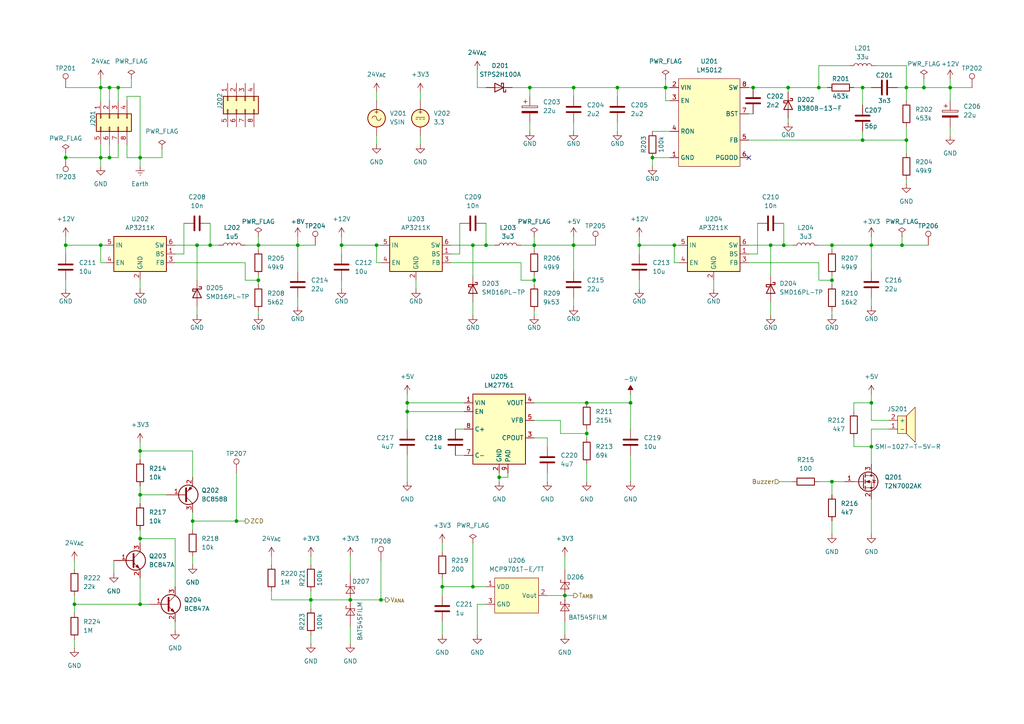
<source format=kicad_sch>
(kicad_sch (version 20231120) (generator "eeschema") (generator_version "8.0")
  (paper "A4")
  (junction (at 118.11 119.38))
  (junction (at 166.37 71.12))
  (junction (at 262.89 25.4))
  (junction (at 227.33 71.12))
  (junction (at 189.23 45.72))
  (junction (at 241.3 81.28))
  (junction (at 193.04 25.4))
  (junction (at 101.6 173.99))
  (junction (at 185.42 71.12))
  (junction (at 154.94 71.12))
  (junction (at 118.11 116.84))
  (junction (at 40.64 45.72))
  (junction (at 31.75 25.4))
  (junction (at 31.75 45.72))
  (junction (at 40.64 143.51))
  (junction (at 153.67 25.4))
  (junction (at 99.06 71.12))
  (junction (at 195.58 71.12))
  (junction (at 182.88 116.84))
  (junction (at 40.64 156.21))
  (junction (at 252.73 116.84))
  (junction (at 144.78 138.43))
  (junction (at 241.3 71.12))
  (junction (at 109.22 71.12))
  (junction (at 170.18 116.84))
  (junction (at 218.44 25.4))
  (junction (at 21.59 175.26))
  (junction (at 137.16 170.18))
  (junction (at 110.49 173.99))
  (junction (at 55.88 151.13))
  (junction (at 86.36 71.12))
  (junction (at 250.19 25.4))
  (junction (at 74.93 71.12))
  (junction (at 267.97 25.4))
  (junction (at 241.3 139.7))
  (junction (at 228.6 25.4))
  (junction (at 128.27 170.18))
  (junction (at 179.07 25.4))
  (junction (at 29.21 25.4))
  (junction (at 252.73 71.12))
  (junction (at 29.21 45.72))
  (junction (at 19.05 71.12))
  (junction (at 34.29 25.4))
  (junction (at 90.17 173.99))
  (junction (at 262.89 40.64))
  (junction (at 154.94 81.28))
  (junction (at 261.62 71.12))
  (junction (at 19.05 45.72))
  (junction (at 223.52 71.12))
  (junction (at 74.93 81.28))
  (junction (at 40.64 175.26))
  (junction (at 237.49 25.4))
  (junction (at 40.64 130.81))
  (junction (at 250.19 40.64))
  (junction (at 29.21 71.12))
  (junction (at 275.59 25.4))
  (junction (at 57.15 71.12))
  (junction (at 166.37 25.4))
  (junction (at 137.16 71.12))
  (junction (at 68.58 151.13))
  (junction (at 60.96 71.12))
  (junction (at 140.97 71.12))
  (junction (at 163.83 172.72))
  (junction (at 170.18 125.73))
  (junction (at 252.73 129.54))
  (no_connect (at 217.17 45.72))
  (wire (pts (xy 57.15 88.9) (xy 57.15 91.44)))
  (wire (pts (xy 151.13 76.2) (xy 151.13 81.28)))
  (wire (pts (xy 19.05 44.45) (xy 19.05 45.72)))
  (wire (pts (xy 40.64 130.81) (xy 40.64 133.35)))
  (wire (pts (xy 252.73 144.78) (xy 252.73 154.94)))
  (wire (pts (xy 228.6 25.4) (xy 237.49 25.4)))
  (wire (pts (xy 71.12 81.28) (xy 74.93 81.28)))
  (wire (pts (xy 40.64 140.97) (xy 40.64 143.51)))
  (wire (pts (xy 153.67 35.56) (xy 153.67 38.1)))
  (wire (pts (xy 137.16 71.12) (xy 137.16 80.01)))
  (wire (pts (xy 118.11 119.38) (xy 118.11 116.84)))
  (wire (pts (xy 55.88 148.59) (xy 55.88 151.13)))
  (wire (pts (xy 29.21 71.12) (xy 30.48 71.12)))
  (wire (pts (xy 132.08 124.46) (xy 134.62 124.46)))
  (wire (pts (xy 118.11 116.84) (xy 118.11 114.3)))
  (wire (pts (xy 260.35 25.4) (xy 262.89 25.4)))
  (wire (pts (xy 50.8 170.18) (xy 50.8 156.21)))
  (wire (pts (xy 228.6 25.4) (xy 228.6 26.67)))
  (wire (pts (xy 193.04 25.4) (xy 194.31 25.4)))
  (wire (pts (xy 182.88 116.84) (xy 182.88 124.46)))
  (wire (pts (xy 19.05 81.28) (xy 19.05 83.82)))
  (wire (pts (xy 170.18 125.73) (xy 162.56 125.73)))
  (wire (pts (xy 250.19 40.64) (xy 262.89 40.64)))
  (wire (pts (xy 53.34 64.77) (xy 53.34 73.66)))
  (wire (pts (xy 153.67 25.4) (xy 153.67 27.94)))
  (wire (pts (xy 247.65 119.38) (xy 247.65 116.84)))
  (wire (pts (xy 237.49 19.05) (xy 246.38 19.05)))
  (wire (pts (xy 130.81 71.12) (xy 137.16 71.12)))
  (wire (pts (xy 121.92 39.37) (xy 121.92 41.91)))
  (wire (pts (xy 166.37 71.12) (xy 172.72 71.12)))
  (wire (pts (xy 217.17 33.02) (xy 218.44 33.02)))
  (wire (pts (xy 90.17 171.45) (xy 90.17 173.99)))
  (wire (pts (xy 130.81 76.2) (xy 151.13 76.2)))
  (wire (pts (xy 179.07 35.56) (xy 179.07 38.1)))
  (wire (pts (xy 74.93 90.17) (xy 74.93 91.44)))
  (wire (pts (xy 78.74 173.99) (xy 90.17 173.99)))
  (wire (pts (xy 166.37 25.4) (xy 166.37 27.94)))
  (wire (pts (xy 241.3 72.39) (xy 241.3 71.12)))
  (wire (pts (xy 250.19 25.4) (xy 252.73 25.4)))
  (wire (pts (xy 275.59 29.21) (xy 275.59 25.4)))
  (wire (pts (xy 31.75 25.4) (xy 29.21 25.4)))
  (wire (pts (xy 217.17 76.2) (xy 237.49 76.2)))
  (wire (pts (xy 162.56 125.73) (xy 162.56 121.92)))
  (wire (pts (xy 247.65 129.54) (xy 252.73 129.54)))
  (wire (pts (xy 68.58 151.13) (xy 71.12 151.13)))
  (wire (pts (xy 166.37 78.74) (xy 166.37 71.12)))
  (wire (pts (xy 86.36 78.74) (xy 86.36 71.12)))
  (wire (pts (xy 147.32 138.43) (xy 144.78 138.43)))
  (wire (pts (xy 55.88 161.29) (xy 55.88 163.83)))
  (wire (pts (xy 179.07 25.4) (xy 193.04 25.4)))
  (wire (pts (xy 237.49 25.4) (xy 240.03 25.4)))
  (wire (pts (xy 90.17 173.99) (xy 101.6 173.99)))
  (wire (pts (xy 140.97 71.12) (xy 143.51 71.12)))
  (wire (pts (xy 128.27 180.34) (xy 128.27 184.15)))
  (wire (pts (xy 237.49 76.2) (xy 237.49 81.28)))
  (wire (pts (xy 86.36 71.12) (xy 74.93 71.12)))
  (wire (pts (xy 170.18 124.46) (xy 170.18 125.73)))
  (wire (pts (xy 189.23 45.72) (xy 194.31 45.72)))
  (wire (pts (xy 148.59 25.4) (xy 153.67 25.4)))
  (wire (pts (xy 252.73 71.12) (xy 241.3 71.12)))
  (wire (pts (xy 71.12 71.12) (xy 74.93 71.12)))
  (wire (pts (xy 121.92 26.67) (xy 121.92 29.21)))
  (wire (pts (xy 193.04 22.86) (xy 193.04 25.4)))
  (wire (pts (xy 86.36 68.58) (xy 86.36 71.12)))
  (wire (pts (xy 241.3 80.01) (xy 241.3 81.28)))
  (wire (pts (xy 140.97 175.26) (xy 138.43 175.26)))
  (wire (pts (xy 140.97 25.4) (xy 138.43 25.4)))
  (wire (pts (xy 179.07 25.4) (xy 179.07 27.94)))
  (wire (pts (xy 252.73 86.36) (xy 252.73 88.9)))
  (wire (pts (xy 228.6 35.56) (xy 228.6 34.29)))
  (wire (pts (xy 262.89 36.83) (xy 262.89 40.64)))
  (wire (pts (xy 78.74 161.29) (xy 78.74 163.83)))
  (wire (pts (xy 21.59 175.26) (xy 21.59 177.8)))
  (wire (pts (xy 90.17 161.29) (xy 90.17 163.83)))
  (wire (pts (xy 158.75 127) (xy 154.94 127)))
  (wire (pts (xy 36.83 45.72) (xy 40.64 45.72)))
  (wire (pts (xy 154.94 90.17) (xy 154.94 91.44)))
  (wire (pts (xy 34.29 25.4) (xy 31.75 25.4)))
  (wire (pts (xy 262.89 25.4) (xy 262.89 19.05)))
  (wire (pts (xy 40.64 156.21) (xy 40.64 157.48)))
  (wire (pts (xy 261.62 71.12) (xy 269.24 71.12)))
  (wire (pts (xy 262.89 52.07) (xy 262.89 53.34)))
  (wire (pts (xy 29.21 76.2) (xy 29.21 71.12)))
  (wire (pts (xy 218.44 25.4) (xy 228.6 25.4)))
  (wire (pts (xy 99.06 71.12) (xy 109.22 71.12)))
  (wire (pts (xy 118.11 132.08) (xy 118.11 139.7)))
  (wire (pts (xy 137.16 170.18) (xy 128.27 170.18)))
  (wire (pts (xy 195.58 76.2) (xy 195.58 71.12)))
  (wire (pts (xy 60.96 71.12) (xy 60.96 64.77)))
  (wire (pts (xy 217.17 71.12) (xy 223.52 71.12)))
  (wire (pts (xy 55.88 138.43) (xy 55.88 130.81)))
  (wire (pts (xy 166.37 68.58) (xy 166.37 71.12)))
  (wire (pts (xy 31.75 29.21) (xy 31.75 25.4)))
  (wire (pts (xy 261.62 71.12) (xy 252.73 71.12)))
  (wire (pts (xy 166.37 71.12) (xy 154.94 71.12)))
  (wire (pts (xy 140.97 71.12) (xy 140.97 64.77)))
  (wire (pts (xy 40.64 167.64) (xy 40.64 175.26)))
  (wire (pts (xy 144.78 138.43) (xy 144.78 139.7)))
  (wire (pts (xy 50.8 156.21) (xy 40.64 156.21)))
  (wire (pts (xy 55.88 130.81) (xy 40.64 130.81)))
  (wire (pts (xy 137.16 87.63) (xy 137.16 91.44)))
  (wire (pts (xy 40.64 143.51) (xy 48.26 143.51)))
  (wire (pts (xy 252.73 114.3) (xy 252.73 116.84)))
  (wire (pts (xy 223.52 71.12) (xy 227.33 71.12)))
  (wire (pts (xy 219.71 64.77) (xy 219.71 73.66)))
  (wire (pts (xy 241.3 151.13) (xy 241.3 154.94)))
  (wire (pts (xy 86.36 86.36) (xy 86.36 88.9)))
  (wire (pts (xy 250.19 30.48) (xy 250.19 25.4)))
  (wire (pts (xy 154.94 121.92) (xy 162.56 121.92)))
  (wire (pts (xy 74.93 80.01) (xy 74.93 81.28)))
  (wire (pts (xy 247.65 127) (xy 247.65 129.54)))
  (wire (pts (xy 158.75 137.16) (xy 158.75 139.7)))
  (wire (pts (xy 151.13 71.12) (xy 154.94 71.12)))
  (wire (pts (xy 252.73 134.62) (xy 252.73 129.54)))
  (wire (pts (xy 154.94 68.58) (xy 154.94 71.12)))
  (wire (pts (xy 275.59 25.4) (xy 281.94 25.4)))
  (wire (pts (xy 53.34 73.66) (xy 50.8 73.66)))
  (wire (pts (xy 154.94 80.01) (xy 154.94 81.28)))
  (wire (pts (xy 132.08 132.08) (xy 134.62 132.08)))
  (wire (pts (xy 40.64 45.72) (xy 40.64 48.26)))
  (wire (pts (xy 189.23 45.72) (xy 189.23 48.26)))
  (wire (pts (xy 110.49 173.99) (xy 111.76 173.99)))
  (wire (pts (xy 154.94 81.28) (xy 154.94 82.55)))
  (wire (pts (xy 219.71 73.66) (xy 217.17 73.66)))
  (wire (pts (xy 109.22 71.12) (xy 110.49 71.12)))
  (wire (pts (xy 21.59 162.56) (xy 21.59 165.1)))
  (wire (pts (xy 38.1 22.86) (xy 38.1 25.4)))
  (wire (pts (xy 120.65 81.28) (xy 120.65 83.82)))
  (wire (pts (xy 101.6 181.61) (xy 101.6 186.69)))
  (wire (pts (xy 86.36 71.12) (xy 91.44 71.12)))
  (wire (pts (xy 252.73 68.58) (xy 252.73 71.12)))
  (wire (pts (xy 267.97 25.4) (xy 262.89 25.4)))
  (wire (pts (xy 147.32 137.16) (xy 147.32 138.43)))
  (wire (pts (xy 19.05 71.12) (xy 29.21 71.12)))
  (wire (pts (xy 68.58 137.16) (xy 68.58 151.13)))
  (wire (pts (xy 153.67 25.4) (xy 166.37 25.4)))
  (wire (pts (xy 29.21 45.72) (xy 29.21 48.26)))
  (wire (pts (xy 158.75 172.72) (xy 163.83 172.72)))
  (wire (pts (xy 194.31 29.21) (xy 193.04 29.21)))
  (wire (pts (xy 195.58 71.12) (xy 196.85 71.12)))
  (wire (pts (xy 133.35 73.66) (xy 130.81 73.66)))
  (wire (pts (xy 29.21 22.86) (xy 29.21 25.4)))
  (wire (pts (xy 237.49 71.12) (xy 241.3 71.12)))
  (wire (pts (xy 241.3 139.7) (xy 241.3 143.51)))
  (wire (pts (xy 110.49 162.56) (xy 110.49 173.99)))
  (wire (pts (xy 71.12 76.2) (xy 71.12 81.28)))
  (wire (pts (xy 57.15 71.12) (xy 57.15 81.28)))
  (wire (pts (xy 36.83 41.91) (xy 36.83 45.72)))
  (wire (pts (xy 170.18 125.73) (xy 170.18 127)))
  (wire (pts (xy 110.49 76.2) (xy 109.22 76.2)))
  (wire (pts (xy 74.93 81.28) (xy 74.93 82.55)))
  (wire (pts (xy 262.89 40.64) (xy 262.89 44.45)))
  (wire (pts (xy 55.88 151.13) (xy 68.58 151.13)))
  (wire (pts (xy 40.64 27.94) (xy 40.64 45.72)))
  (wire (pts (xy 185.42 71.12) (xy 195.58 71.12)))
  (wire (pts (xy 182.88 114.3) (xy 182.88 116.84)))
  (wire (pts (xy 50.8 180.34) (xy 50.8 182.88)))
  (wire (pts (xy 247.65 116.84) (xy 252.73 116.84)))
  (wire (pts (xy 137.16 157.48) (xy 137.16 170.18)))
  (wire (pts (xy 40.64 81.28) (xy 40.64 83.82)))
  (wire (pts (xy 262.89 29.21) (xy 262.89 25.4)))
  (wire (pts (xy 109.22 39.37) (xy 109.22 41.91)))
  (wire (pts (xy 163.83 161.29) (xy 163.83 165.1)))
  (wire (pts (xy 109.22 76.2) (xy 109.22 71.12)))
  (wire (pts (xy 261.62 68.58) (xy 261.62 71.12)))
  (wire (pts (xy 78.74 171.45) (xy 78.74 173.99)))
  (wire (pts (xy 19.05 68.58) (xy 19.05 71.12)))
  (wire (pts (xy 19.05 71.12) (xy 19.05 73.66)))
  (wire (pts (xy 182.88 132.08) (xy 182.88 139.7)))
  (wire (pts (xy 275.59 36.83) (xy 275.59 39.37)))
  (wire (pts (xy 34.29 29.21) (xy 34.29 25.4)))
  (wire (pts (xy 29.21 41.91) (xy 29.21 45.72)))
  (wire (pts (xy 46.99 45.72) (xy 40.64 45.72)))
  (wire (pts (xy 166.37 86.36) (xy 166.37 88.9)))
  (wire (pts (xy 245.11 139.7) (xy 241.3 139.7)))
  (wire (pts (xy 241.3 81.28) (xy 241.3 82.55)))
  (wire (pts (xy 163.83 180.34) (xy 163.83 184.15)))
  (wire (pts (xy 99.06 68.58) (xy 99.06 71.12)))
  (wire (pts (xy 189.23 38.1) (xy 194.31 38.1)))
  (wire (pts (xy 254 19.05) (xy 262.89 19.05)))
  (wire (pts (xy 247.65 25.4) (xy 250.19 25.4)))
  (wire (pts (xy 166.37 25.4) (xy 179.07 25.4)))
  (wire (pts (xy 29.21 25.4) (xy 29.21 29.21)))
  (wire (pts (xy 217.17 25.4) (xy 218.44 25.4)))
  (wire (pts (xy 21.59 175.26) (xy 40.64 175.26)))
  (wire (pts (xy 154.94 72.39) (xy 154.94 71.12)))
  (wire (pts (xy 21.59 172.72) (xy 21.59 175.26)))
  (wire (pts (xy 154.94 116.84) (xy 170.18 116.84)))
  (wire (pts (xy 267.97 22.86) (xy 267.97 25.4)))
  (wire (pts (xy 57.15 71.12) (xy 60.96 71.12)))
  (wire (pts (xy 118.11 119.38) (xy 118.11 124.46)))
  (wire (pts (xy 19.05 45.72) (xy 29.21 45.72)))
  (wire (pts (xy 163.83 172.72) (xy 166.37 172.72)))
  (wire (pts (xy 128.27 170.18) (xy 128.27 172.72)))
  (wire (pts (xy 29.21 45.72) (xy 31.75 45.72)))
  (wire (pts (xy 74.93 72.39) (xy 74.93 71.12)))
  (wire (pts (xy 226.06 139.7) (xy 229.87 139.7)))
  (wire (pts (xy 90.17 184.15) (xy 90.17 186.69)))
  (wire (pts (xy 217.17 40.64) (xy 250.19 40.64)))
  (wire (pts (xy 250.19 40.64) (xy 250.19 38.1)))
  (wire (pts (xy 101.6 173.99) (xy 110.49 173.99)))
  (wire (pts (xy 166.37 35.56) (xy 166.37 38.1)))
  (wire (pts (xy 90.17 173.99) (xy 90.17 176.53)))
  (wire (pts (xy 50.8 71.12) (xy 57.15 71.12)))
  (wire (pts (xy 36.83 29.21) (xy 36.83 27.94)))
  (wire (pts (xy 46.99 43.18) (xy 46.99 45.72)))
  (wire (pts (xy 74.93 68.58) (xy 74.93 71.12)))
  (wire (pts (xy 128.27 167.64) (xy 128.27 170.18)))
  (wire (pts (xy 170.18 134.62) (xy 170.18 139.7)))
  (wire (pts (xy 151.13 81.28) (xy 154.94 81.28)))
  (wire (pts (xy 223.52 87.63) (xy 223.52 91.44)))
  (wire (pts (xy 128.27 157.48) (xy 128.27 160.02)))
  (wire (pts (xy 140.97 170.18) (xy 137.16 170.18)))
  (wire (pts (xy 158.75 129.54) (xy 158.75 127)))
  (wire (pts (xy 227.33 71.12) (xy 227.33 64.77)))
  (wire (pts (xy 185.42 68.58) (xy 185.42 71.12)))
  (wire (pts (xy 241.3 90.17) (xy 241.3 91.44)))
  (wire (pts (xy 38.1 25.4) (xy 34.29 25.4)))
  (wire (pts (xy 40.64 143.51) (xy 40.64 146.05)))
  (wire (pts (xy 252.73 121.92) (xy 257.81 121.92)))
  (wire (pts (xy 252.73 124.46) (xy 257.81 124.46)))
  (wire (pts (xy 34.29 45.72) (xy 31.75 45.72)))
  (wire (pts (xy 36.83 27.94) (xy 40.64 27.94)))
  (wire (pts (xy 109.22 26.67) (xy 109.22 29.21)))
  (wire (pts (xy 60.96 71.12) (xy 63.5 71.12)))
  (wire (pts (xy 30.48 76.2) (xy 29.21 76.2)))
  (wire (pts (xy 40.64 175.26) (xy 43.18 175.26)))
  (wire (pts (xy 275.59 25.4) (xy 267.97 25.4)))
  (wire (pts (xy 40.64 153.67) (xy 40.64 156.21)))
  (wire (pts (xy 237.49 81.28) (xy 241.3 81.28)))
  (wire (pts (xy 34.29 41.91) (xy 34.29 45.72)))
  (wire (pts (xy 252.73 129.54) (xy 252.73 124.46)))
  (wire (pts (xy 138.43 175.26) (xy 138.43 184.15)))
  (wire (pts (xy 40.64 128.27) (xy 40.64 130.81)))
  (wire (pts (xy 237.49 139.7) (xy 241.3 139.7)))
  (wire (pts (xy 138.43 25.4) (xy 138.43 20.32)))
  (wire (pts (xy 99.06 81.28) (xy 99.06 83.82)))
  (wire (pts (xy 99.06 71.12) (xy 99.06 73.66)))
  (wire (pts (xy 196.85 76.2) (xy 195.58 76.2)))
  (wire (pts (xy 207.01 81.28) (xy 207.01 83.82)))
  (wire (pts (xy 33.02 162.56) (xy 33.02 166.37)))
  (wire (pts (xy 134.62 116.84) (xy 118.11 116.84)))
  (wire (pts (xy 55.88 151.13) (xy 55.88 153.67)))
  (wire (pts (xy 185.42 71.12) (xy 185.42 73.66)))
  (wire (pts (xy 133.35 64.77) (xy 133.35 73.66)))
  (wire (pts (xy 134.62 119.38) (xy 118.11 119.38)))
  (wire (pts (xy 144.78 137.16) (xy 144.78 138.43)))
  (wire (pts (xy 252.73 78.74) (xy 252.73 71.12)))
  (wire (pts (xy 50.8 76.2) (xy 71.12 76.2)))
  (wire (pts (xy 275.59 22.86) (xy 275.59 25.4)))
  (wire (pts (xy 227.33 71.12) (xy 229.87 71.12)))
  (wire (pts (xy 185.42 81.28) (xy 185.42 83.82)))
  (wire (pts (xy 193.04 25.4) (xy 193.04 29.21)))
  (wire (pts (xy 21.59 185.42) (xy 21.59 187.96)))
  (wire (pts (xy 170.18 116.84) (xy 182.88 116.84)))
  (wire (pts (xy 237.49 25.4) (xy 237.49 19.05)))
  (wire (pts (xy 137.16 71.12) (xy 140.97 71.12)))
  (wire (pts (xy 31.75 45.72) (xy 31.75 41.91)))
  (wire (pts (xy 223.52 71.12) (xy 223.52 80.01)))
  (wire (pts (xy 19.05 25.4) (xy 29.21 25.4)))
  (wire (pts (xy 252.73 116.84) (xy 252.73 121.92)))
  (wire (pts (xy 101.6 161.29) (xy 101.6 166.37)))
  (hierarchical_label "V_{ANA}" (shape output) (at 111.76 173.99 0))
  (hierarchical_label "ZCD" (shape output) (at 71.12 151.13 0))
  (hierarchical_label "Buzzer" (shape input) (at 226.06 139.7 180))
  (hierarchical_label "T_{AMB}" (shape output) (at 166.37 172.72 0))
  (symbol (lib_id "Device:C") (at 218.44 29.21 0) (unit 1) (exclude_from_sim yes)
    (property "Reference" "C202" (at 222.25 27.9399 0) (effects (justify left)))
    (property "Value" "2n2" (at 222.25 30.4799 0) (effects (justify left)))
    (property "Footprint" "Capacitor_SMD:C_0603_1608Metric" (effects (hide yes)))
    (property "Description" "Unpolarized capacitor" (effects (hide yes)))
    (property "Digikey" "490-4968-1-ND" (effects (hide yes)))
  )
  (symbol (lib_id "power:GND") (at 166.37 38.1 0) (unit 1)
    (property "Reference" "#PWR0208" (effects (hide yes)))
    (property "Value" "GND" (at 166.37 41.656 0))
    (property "Description" "Power symbol creates a global label with name \"GND\" , ground" (effects (hide yes)))
  )
  (symbol (lib_id "Device:R") (at 78.74 167.64 0) (unit 1)
    (property "Reference" "R220" (at 81.28 166.3699 0) (effects (justify left)))
    (property "Value" "1M" (at 81.28 168.9099 0) (effects (justify left)))
    (property "Footprint" "Resistor_SMD:R_0603_1608Metric" (effects (hide yes)))
    (property "Description" "Resistor" (effects (hide yes)))
    (property "Digikey" "P1.00MHCT-ND" (effects (hide yes)))
  )
  (symbol (lib_id "Connector:TestPoint") (at 110.49 162.56 0) (unit 1)
    (property "Reference" "TP208" (at 107.442 156.972 0) (effects (justify left)))
    (property "Value" "V_{ANA}" (effects (hide yes)))
    (property "Footprint" "TestPoint:TestPoint_Keystone_5015_Micro-Minature" (effects (hide yes)))
    (property "Description" "test point" (effects (hide yes)))
    (property "Digikey" "36-5015CT-ND" (effects (hide yes)))
  )
  (symbol (lib_id "Device:R") (at 90.17 167.64 0) (mirror y) (unit 1) (exclude_from_sim yes)
    (property "Reference" "R221" (at 87.63 167.64 90))
    (property "Value" "100k" (at 92.71 167.64 90))
    (property "Footprint" "Resistor_SMD:R_0603_1608Metric" (effects (hide yes)))
    (property "Description" "Resistor" (effects (hide yes)))
    (property "Digikey" "311-100KHRCT-ND" (effects (hide yes)))
  )
  (symbol (lib_id "power:GND") (at 74.93 91.44 0) (unit 1)
    (property "Reference" "#PWR0233" (effects (hide yes)))
    (property "Value" "GND" (at 74.93 94.996 0))
    (property "Description" "Power symbol creates a global label with name \"GND\" , ground" (effects (hide yes)))
  )
  (symbol (lib_id "power:+5V") (at 118.11 114.3 0) (mirror y) (unit 1)
    (property "Reference" "#PWR0238" (effects (hide yes)))
    (property "Value" "+5V" (at 118.11 109.22 0))
    (property "Description" "Power symbol creates a global label with name \"+5V\"" (effects (hide yes)))
  )
  (symbol (lib_id "power:PWR_FLAG") (at 193.04 22.86 0) (unit 1)
    (property "Reference" "#FLG0202" (effects (hide yes)))
    (property "Value" "PWR_FLAG" (at 193.04 17.78 0))
    (property "Description" "Special symbol for telling ERC where power comes from" (effects (hide yes)))
  )
  (symbol (lib_id "Device:R") (at 241.3 76.2 0) (unit 1) (exclude_from_sim yes)
    (property "Reference" "R207" (at 243.84 74.9299 0) (effects (justify left)))
    (property "Value" "49k9" (at 243.84 77.4699 0) (effects (justify left)))
    (property "Footprint" "Resistor_SMD:R_0603_1608Metric" (effects (hide yes)))
    (property "Description" "Resistor" (effects (hide yes)))
    (property "Digikey" "RMCF0603FT49K9CT-ND" (effects (hide yes)))
  )
  (symbol (lib_id "Device:R") (at 170.18 130.81 0) (unit 1) (exclude_from_sim yes)
    (property "Reference" "R213" (at 172.72 129.5399 0) (effects (justify left)))
    (property "Value" "69k" (at 172.72 132.0799 0) (effects (justify left)))
    (property "Footprint" "Resistor_SMD:R_0603_1608Metric" (effects (hide yes)))
    (property "Description" "Resistor" (effects (hide yes)))
    (property "Digikey" "13-RT0603BRD0769KLCT-ND" (effects (hide yes)))
  )
  (symbol (lib_id "power:GND") (at 228.6 35.56 0) (unit 1)
    (property "Reference" "#PWR0206" (effects (hide yes)))
    (property "Value" "GND" (at 228.6 39.116 0))
    (property "Description" "Power symbol creates a global label with name \"GND\" , ground" (effects (hide yes)))
  )
  (symbol (lib_id "mylib_power:24VAC") (at 109.22 26.67 0) (unit 1)
    (property "Reference" "#PWR0204" (effects (hide yes)))
    (property "Value" "24V_{AC}" (at 109.22 21.59 0))
    (property "Description" "Power symbol creates a global label with name \"24VAC\"" (effects (hide yes)))
  )
  (symbol (lib_id "Device:R") (at 189.23 41.91 0) (mirror y) (unit 1) (exclude_from_sim yes)
    (property "Reference" "R203" (at 186.69 41.91 90))
    (property "Value" "100k" (at 191.77 41.91 90))
    (property "Footprint" "Resistor_SMD:R_0603_1608Metric" (effects (hide yes)))
    (property "Description" "Resistor" (effects (hide yes)))
    (property "Digikey" "311-100KHRCT-ND" (effects (hide yes)))
  )
  (symbol (lib_id "Transistor_FET:T2N7002AK") (at 250.19 139.7 0) (unit 1)
    (property "Reference" "Q201" (at 256.54 138.4299 0) (effects (justify left)))
    (property "Value" "T2N7002AK" (at 256.54 140.9699 0) (effects (justify left)))
    (property "Footprint" "Package_TO_SOT_SMD:SOT-23" (effects (hide yes)))
    (property "Datasheet" "https://toshiba.semicon-storage.com/info/docget.jsp?did=29712&prodName=T2N7002AK" (effects (hide yes)))
    (property "Description" "60V Vds, 0.2A Id, N-Channel MOSFET, SOT-23" (effects (hide yes)))
    (property "Digikey" "T2N7002AKLMCT-ND" (effects (hide yes)))
  )
  (symbol (lib_id "power:GND") (at 21.59 187.96 0) (unit 1)
    (property "Reference" "#PWR0263" (effects (hide yes)))
    (property "Value" "GND" (at 21.59 193.04 0))
    (property "Description" "Power symbol creates a global label with name \"GND\" , ground" (effects (hide yes)))
  )
  (symbol (lib_id "power:GND") (at 262.89 53.34 0) (unit 1)
    (property "Reference" "#PWR0216" (effects (hide yes)))
    (property "Value" "GND" (at 262.89 58.42 0))
    (property "Description" "Power symbol creates a global label with name \"GND\" , ground" (effects (hide yes)))
  )
  (symbol (lib_id "mylib_diodes:BAT54SFILM") (at 163.83 172.72 90) (unit 1) (exclude_from_sim yes)
    (property "Reference" "D206" (at 164.338 167.386 90) (effects (justify right)))
    (property "Value" "BAT54SFILM" (at 164.846 179.07 90) (effects (justify right)))
    (property "Footprint" "Package_TO_SOT_SMD:SOT-23" (effects (hide yes)))
    (property "Digikey" "497-2522-1-ND" (effects (hide yes)))
  )
  (symbol (lib_id "Device:R") (at 21.59 181.61 0) (unit 1)
    (property "Reference" "R224" (at 24.13 180.3399 0) (effects (justify left)))
    (property "Value" "1M" (at 24.13 182.8799 0) (effects (justify left)))
    (property "Footprint" "Resistor_SMD:R_0603_1608Metric" (effects (hide yes)))
    (property "Description" "Resistor" (effects (hide yes)))
    (property "Digikey" "P1.00MHCT-ND" (effects (hide yes)))
  )
  (symbol (lib_id "power:GND") (at 189.23 48.26 0) (unit 1)
    (property "Reference" "#PWR0215" (effects (hide yes)))
    (property "Value" "GND" (at 189.23 51.816 0))
    (property "Description" "Power symbol creates a global label with name \"GND\" , ground" (effects (hide yes)))
  )
  (symbol (lib_id "Device:C") (at 137.16 64.77 90) (unit 1) (exclude_from_sim yes)
    (property "Reference" "C209" (at 137.16 57.15 90))
    (property "Value" "10n" (at 137.16 59.69 90))
    (property "Footprint" "Capacitor_SMD:C_0603_1608Metric" (effects (hide yes)))
    (property "Description" "Unpolarized capacitor" (effects (hide yes)))
    (property "Digikey" "399-C0603C103K3RAC7867CT-ND" (effects (hide yes)))
  )
  (symbol (lib_id "power:+3V3") (at 90.17 161.29 0) (unit 1)
    (property "Reference" "#PWR0251" (effects (hide yes)))
    (property "Value" "+3V3" (at 90.17 156.21 0))
    (property "Description" "Power symbol creates a global label with name \"+3V3\"" (effects (hide yes)))
  )
  (symbol (lib_id "power:+12V") (at 275.59 22.86 0) (unit 1)
    (property "Reference" "#PWR0203" (effects (hide yes)))
    (property "Value" "+12V" (at 275.59 18.542 0))
    (property "Description" "Power symbol creates a global label with name \"+12V\"" (effects (hide yes)))
  )
  (symbol (lib_id "power:PWR_FLAG") (at 154.94 68.58 0) (unit 1)
    (property "Reference" "#FLG0207" (effects (hide yes)))
    (property "Value" "PWR_FLAG" (at 154.94 64.262 0))
    (property "Description" "Special symbol for telling ERC where power comes from" (effects (hide yes)))
  )
  (symbol (lib_id "Device:C_Polarized") (at 275.59 33.02 0) (unit 1) (exclude_from_sim yes)
    (property "Reference" "C206" (at 279.4 30.8609 0) (effects (justify left)))
    (property "Value" "22u" (at 279.4 33.4009 0) (effects (justify left)))
    (property "Footprint" "Capacitor_SMD:CP_Elec_10x10" (effects (hide yes)))
    (property "Description" "Polarized capacitor" (effects (hide yes)))
    (property "Digikey" "399-A768EB226M1HLAE048CT-ND" (effects (hide yes)))
  )
  (symbol (lib_id "Device:R") (at 241.3 86.36 0) (unit 1) (exclude_from_sim yes)
    (property "Reference" "R210" (at 243.84 85.0899 0) (effects (justify left)))
    (property "Value" "16k2" (at 243.84 87.6299 0) (effects (justify left)))
    (property "Footprint" "Resistor_SMD:R_0603_1608Metric" (effects (hide yes)))
    (property "Description" "Resistor" (effects (hide yes)))
    (property "Digikey" "311-16.2KHRCT-ND" (effects (hide yes)))
  )
  (symbol (lib_id "power:GND") (at 90.17 186.69 0) (unit 1)
    (property "Reference" "#PWR0261" (effects (hide yes)))
    (property "Value" "GND" (at 90.17 191.77 0))
    (property "Description" "Power symbol creates a global label with name \"GND\" , ground" (effects (hide yes)))
  )
  (symbol (lib_id "power:-5V") (at 182.88 114.3 0) (unit 1)
    (property "Reference" "#PWR0239" (effects (hide yes)))
    (property "Value" "-5V" (at 182.88 109.982 0))
    (property "Description" "Power symbol creates a global label with name \"-5V\"" (effects (hide yes)))
  )
  (symbol (lib_id "Device:C") (at 118.11 128.27 0) (mirror y) (unit 1) (exclude_from_sim yes)
    (property "Reference" "C217" (at 114.3 126.9999 0) (effects (justify left)))
    (property "Value" "4u7" (at 114.3 129.5399 0) (effects (justify left)))
    (property "Footprint" "Capacitor_SMD:C_0603_1608Metric" (effects (hide yes)))
    (property "Description" "Unpolarized capacitor" (effects (hide yes)))
    (property "Digikey" "445-9050-1-ND" (effects (hide yes)))
  )
  (symbol (lib_id "Device:L") (at 67.31 71.12 90) (unit 1) (exclude_from_sim yes)
    (property "Reference" "L202" (at 67.31 66.04 90))
    (property "Value" "1u5" (at 67.31 68.58 90))
    (property "Footprint" "Inductor_SMD:L_Taiyo-Yuden_NR-40xx" (effects (hide yes)))
    (property "Description" "Inductor" (effects (hide yes)))
    (property "Digikey" "587-NRS4018T1R5NDGJCT-ND" (effects (hide yes)))
  )
  (symbol (lib_id "power:GND") (at 120.65 83.82 0) (unit 1)
    (property "Reference" "#PWR0226" (effects (hide yes)))
    (property "Value" "GND" (at 120.65 87.376 0))
    (property "Description" "Power symbol creates a global label with name \"GND\" , ground" (effects (hide yes)))
  )
  (symbol (lib_id "power:+3V3") (at 252.73 68.58 0) (unit 1)
    (property "Reference" "#PWR0222" (effects (hide yes)))
    (property "Value" "+3V3" (at 252.73 64.262 0))
    (property "Description" "Power symbol creates a global label with name \"+3V3\"" (effects (hide yes)))
  )
  (symbol (lib_id "Device:C") (at 99.06 77.47 0) (unit 1) (exclude_from_sim yes)
    (property "Reference" "C212" (at 102.87 76.1999 0) (effects (justify left)))
    (property "Value" "10u" (at 102.87 78.7399 0) (effects (justify left)))
    (property "Footprint" "Capacitor_SMD:C_0805_2012Metric" (effects (hide yes)))
    (property "Description" "Unpolarized capacitor" (effects (hide yes)))
    (property "Digikey" "1276-2891-1-ND" (effects (hide yes)))
  )
  (symbol (lib_id "Connector:TestPoint") (at 19.05 45.72 180) (unit 1)
    (property "Reference" "TP203" (at 22.098 51.308 0) (effects (justify left)))
    (property "Value" "GND" (effects (hide yes)))
    (property "Footprint" "TestPoint:TestPoint_Keystone_5019_Minature" (effects (hide yes)))
    (property "Description" "test point" (effects (hide yes)))
    (property "Digikey" "36-5019CT-ND" (effects (hide yes)))
  )
  (symbol (lib_id "power:GND") (at 223.52 91.44 0) (unit 1)
    (property "Reference" "#PWR0236" (effects (hide yes)))
    (property "Value" "GND" (at 223.52 94.996 0))
    (property "Description" "Power symbol creates a global label with name \"GND\" , ground" (effects (hide yes)))
  )
  (symbol (lib_id "power:+3V3") (at 128.27 157.48 0) (unit 1)
    (property "Reference" "#PWR0249" (effects (hide yes)))
    (property "Value" "+3V3" (at 128.27 152.4 0))
    (property "Description" "Power symbol creates a global label with name \"+3V3\"" (effects (hide yes)))
  )
  (symbol (lib_id "Device:C") (at 166.37 31.75 0) (unit 1) (exclude_from_sim yes)
    (property "Reference" "C204" (at 170.18 30.4799 0) (effects (justify left)))
    (property "Value" "2u2" (at 170.18 33.0199 0) (effects (justify left)))
    (property "Footprint" "Capacitor_SMD:C_1206_3216Metric" (effects (hide yes)))
    (property "Description" "Unpolarized capacitor" (effects (hide yes)))
    (property "Digikey" "478-KGM31HR72A225KUCT-ND" (effects (hide yes)))
  )
  (symbol (lib_id "Regulator_SwitchedCapacitor:LM27761") (at 144.78 124.46 0) (unit 1) (exclude_from_sim yes)
    (property "Reference" "U205" (at 144.78 109.22 0))
    (property "Value" "LM27761" (at 144.78 111.76 0))
    (property "Footprint" "Package_SON:WSON-8-1EP_2x2mm_P0.5mm_EP0.9x1.6mm" (effects (hide yes)))
    (property "Datasheet" "http://www.ti.com/lit/ds/symlink/lm27761.pdf" (effects (hide yes)))
    (property "Description" "low-noise regulated switched-capacitor voltage inverter with 2.7V-5.5V input to -1.5 to -5V Output Voltage, WSON-8" (effects (hide yes)))
    (property "Digikey" "296-44379-1-ND" (effects (hide yes)))
  )
  (symbol (lib_id "Regulator_Switching:AP3211K") (at 120.65 73.66 0) (unit 1) (exclude_from_sim yes)
    (property "Reference" "U203" (at 120.65 63.5 0))
    (property "Value" "AP3211K" (at 120.65 66.04 0))
    (property "Footprint" "Package_TO_SOT_SMD:SOT-23-6" (effects (hide yes)))
    (property "Datasheet" "https://www.diodes.com/assets/Datasheets/AP3211.pdf" (effects (hide yes)))
    (property "Description" "1.5A, Adjustable Step-Down Voltage Regulator, 1.4MHz Frequency, Vin=4.5..18V, Vout=0.81..15V, SOT-23-6" (effects (hide yes)))
    (property "Digikey" "AP3211KTR-G1DICT-ND" (effects (hide yes)))
  )
  (symbol (lib_id "power:GND") (at 55.88 163.83 0) (unit 1)
    (property "Reference" "#PWR0255" (effects (hide yes)))
    (property "Value" "GND" (at 55.88 168.91 0))
    (property "Description" "Power symbol creates a global label with name \"GND\" , ground" (effects (hide yes)))
  )
  (symbol (lib_id "mylib_diodes:BAT54SFILM") (at 101.6 173.99 90) (unit 1) (exclude_from_sim yes)
    (property "Reference" "D207" (at 102.108 168.656 90) (effects (justify right)))
    (property "Value" "BAT54SFILM" (at 104.394 174.498 0) (effects (justify right)))
    (property "Footprint" "Package_TO_SOT_SMD:SOT-23" (effects (hide yes)))
    (property "Digikey" "497-2522-1-ND" (effects (hide yes)))
  )
  (symbol (lib_id "power:GND") (at 40.64 83.82 0) (unit 1)
    (property "Reference" "#PWR0224" (effects (hide yes)))
    (property "Value" "GND" (at 40.64 87.376 0))
    (property "Description" "Power symbol creates a global label with name \"GND\" , ground" (effects (hide yes)))
  )
  (symbol (lib_id "power:GND") (at 57.15 91.44 0) (unit 1)
    (property "Reference" "#PWR0232" (effects (hide yes)))
    (property "Value" "GND" (at 57.15 94.996 0))
    (property "Description" "Power symbol creates a global label with name \"GND\" , ground" (effects (hide yes)))
  )
  (symbol (lib_id "Simulation_SPICE:VSIN") (at 109.22 34.29 0) (unit 1) (in_bom no) (on_board no)
    (property "Reference" "V201" (at 113.03 32.8901 0) (effects (justify left)))
    (property "Value" "VSIN" (at 113.03 35.4301 0) (effects (justify left)))
    (property "Datasheet" "https://ngspice.sourceforge.io/docs/ngspice-html-manual/manual.xhtml#sec_Independent_Sources_for" (effects (hide yes)))
    (property "Description" "Voltage source, sinusoidal" (effects (hide yes)))
    (property "Sim.Pins" "1=+ 2=-" (effects (hide yes)))
    (property "Sim.Params" "dc=0 ampl=1 f=1k ac=1" (effects (hide yes)))
    (property "Sim.Type" "SIN" (effects (hide yes)))
    (property "Sim.Device" "V" (effects (hide yes)))
  )
  (symbol (lib_id "mylib_power:24VAC") (at 138.43 20.32 0) (unit 1)
    (property "Reference" "#PWR0201" (effects (hide yes)))
    (property "Value" "24V_{AC}" (at 138.43 15.24 0))
    (property "Description" "Power symbol creates a global label with name \"24VAC\"" (effects (hide yes)))
  )
  (symbol (lib_id "power:PWR_FLAG") (at 267.97 22.86 0) (unit 1)
    (property "Reference" "#FLG0203" (effects (hide yes)))
    (property "Value" "PWR_FLAG" (at 267.97 18.542 0))
    (property "Description" "Special symbol for telling ERC where power comes from" (effects (hide yes)))
  )
  (symbol (lib_id "Device:R") (at 233.68 139.7 90) (unit 1) (exclude_from_sim yes)
    (property "Reference" "R215" (at 233.68 133.35 90))
    (property "Value" "100" (at 233.68 135.89 90))
    (property "Footprint" "Resistor_SMD:R_0603_1608Metric" (effects (hide yes)))
    (property "Description" "Resistor" (effects (hide yes)))
    (property "Digikey" "311-100HRCT-ND" (effects (hide yes)))
  )
  (symbol (lib_id "power:PWR_FLAG") (at 74.93 68.58 0) (unit 1)
    (property "Reference" "#FLG0206" (effects (hide yes)))
    (property "Value" "PWR_FLAG" (at 74.93 64.262 0))
    (property "Description" "Special symbol for telling ERC where power comes from" (effects (hide yes)))
  )
  (symbol (lib_id "Device:R") (at 40.64 149.86 0) (unit 1)
    (property "Reference" "R217" (at 43.18 148.5899 0) (effects (justify left)))
    (property "Value" "10k" (at 43.18 151.1299 0) (effects (justify left)))
    (property "Footprint" "Resistor_SMD:R_0603_1608Metric" (effects (hide yes)))
    (property "Description" "Resistor" (effects (hide yes)))
    (property "Digikey" "311-10.0KHRCT-ND" (effects (hide yes)))
  )
  (symbol (lib_id "Device:R") (at 128.27 163.83 180) (unit 1) (exclude_from_sim yes)
    (property "Reference" "R219" (at 130.81 162.5599 0) (effects (justify right)))
    (property "Value" "200" (at 130.81 165.0999 0) (effects (justify right)))
    (property "Footprint" "Resistor_SMD:R_0603_1608Metric" (effects (hide yes)))
    (property "Description" "Resistor" (effects (hide yes)))
    (property "Digikey" "RMCF0603FT200RCT-ND" (effects (hide yes)))
  )
  (symbol (lib_id "power:GND") (at 179.07 38.1 0) (unit 1)
    (property "Reference" "#PWR0209" (effects (hide yes)))
    (property "Value" "GND" (at 179.07 41.656 0))
    (property "Description" "Power symbol creates a global label with name \"GND\" , ground" (effects (hide yes)))
  )
  (symbol (lib_id "power:PWR_FLAG") (at 261.62 68.58 0) (unit 1)
    (property "Reference" "#FLG0208" (effects (hide yes)))
    (property "Value" "PWR_FLAG" (at 261.62 64.262 0))
    (property "Description" "Special symbol for telling ERC where power comes from" (effects (hide yes)))
  )
  (symbol (lib_id "Device:C") (at 256.54 25.4 90) (mirror x) (unit 1) (exclude_from_sim yes)
    (property "Reference" "C201" (at 256.54 21.844 90))
    (property "Value" "3n3" (at 256.54 29.21 90))
    (property "Footprint" "Capacitor_SMD:C_0603_1608Metric" (effects (hide yes)))
    (property "Description" "Unpolarized capacitor" (effects (hide yes)))
    (property "Digikey" "1276-1758-1-ND" (effects (hide yes)))
  )
  (symbol (lib_id "mylib_pmic:LM5012DDAR") (at 205.74 35.56 0) (unit 1) (exclude_from_sim yes)
    (property "Reference" "U201" (at 205.74 17.78 0))
    (property "Value" "LM5012" (at 205.74 20.32 0))
    (property "Footprint" "Package_SO:TI_SO-PowerPAD-8" (effects (hide yes)))
    (property "Digikey" "296-LM5012DDARCT-ND" (effects (hide yes)))
  )
  (symbol (lib_id "Device:C") (at 223.52 64.77 90) (unit 1) (exclude_from_sim yes)
    (property "Reference" "C210" (at 223.52 57.15 90))
    (property "Value" "10n" (at 223.52 59.69 90))
    (property "Footprint" "Capacitor_SMD:C_0603_1608Metric" (effects (hide yes)))
    (property "Description" "Unpolarized capacitor" (effects (hide yes)))
    (property "Digikey" "399-C0603C103K3RAC7867CT-ND" (effects (hide yes)))
  )
  (symbol (lib_id "Device:L") (at 250.19 19.05 90) (unit 1) (exclude_from_sim yes)
    (property "Reference" "L201" (at 250.19 13.97 90))
    (property "Value" "33u" (at 250.19 16.51 90))
    (property "Footprint" "Inductor_SMD:L_Taiyo-Yuden_NR-80xx" (effects (hide yes)))
    (property "Description" "Inductor" (effects (hide yes)))
    (property "Digikey" "587-6117-1-ND" (effects (hide yes)))
  )
  (symbol (lib_id "power:GND") (at 33.02 166.37 0) (unit 1)
    (property "Reference" "#PWR0256" (effects (hide yes)))
    (property "Value" "GND" (at 33.02 171.45 0))
    (property "Description" "Power symbol creates a global label with name \"GND\" , ground" (effects (hide yes)))
  )
  (symbol (lib_id "Device:D_Schottky") (at 57.15 85.09 270) (unit 1) (exclude_from_sim yes)
    (property "Reference" "D205" (at 59.69 83.5024 90) (effects (justify left)))
    (property "Value" "SMD16PL-TP" (at 59.69 86.0424 90) (effects (justify left)))
    (property "Footprint" "Diode_SMD:D_SOD-123F" (effects (hide yes)))
    (property "Description" "Schottky diode" (effects (hide yes)))
    (property "Digikey" "SMD16PL-TPMSCT-ND" (effects (hide yes)))
  )
  (symbol (lib_id "Connector:TestPoint") (at 19.05 25.4 0) (unit 1)
    (property "Reference" "TP201" (at 16.002 19.812 0) (effects (justify left)))
    (property "Value" "24V~" (effects (hide yes)))
    (property "Footprint" "TestPoint:TestPoint_Keystone_5015_Micro-Minature" (effects (hide yes)))
    (property "Description" "test point" (effects (hide yes)))
    (property "Digikey" "36-5019CT-ND" (effects (hide yes)))
  )
  (symbol (lib_id "Connector:TestPoint") (at 68.58 137.16 0) (unit 1)
    (property "Reference" "TP207" (at 65.532 131.572 0) (effects (justify left)))
    (property "Value" "ZCD" (effects (hide yes)))
    (property "Footprint" "TestPoint:TestPoint_Keystone_5015_Micro-Minature" (effects (hide yes)))
    (property "Description" "test point" (effects (hide yes)))
    (property "Digikey" "36-5015CT-ND" (effects (hide yes)))
  )
  (symbol (lib_id "power:GND") (at 29.21 48.26 0) (unit 1)
    (property "Reference" "#PWR0213" (effects (hide yes)))
    (property "Value" "GND" (at 29.21 53.34 0))
    (property "Description" "Power symbol creates a global label with name \"GND\" , ground" (effects (hide yes)))
  )
  (symbol (lib_id "Device:D_Schottky") (at 137.16 83.82 270) (unit 1) (exclude_from_sim yes)
    (property "Reference" "D203" (at 139.7 82.2324 90) (effects (justify left)))
    (property "Value" "SMD16PL-TP" (at 139.7 84.7724 90) (effects (justify left)))
    (property "Footprint" "Diode_SMD:D_SOD-123F" (effects (hide yes)))
    (property "Description" "Schottky diode" (effects (hide yes)))
    (property "Digikey" "SMD16PL-TPMSCT-ND" (effects (hide yes)))
  )
  (symbol (lib_id "power:GND") (at 207.01 83.82 0) (unit 1)
    (property "Reference" "#PWR0228" (effects (hide yes)))
    (property "Value" "GND" (at 207.01 87.376 0))
    (property "Description" "Power symbol creates a global label with name \"GND\" , ground" (effects (hide yes)))
  )
  (symbol (lib_id "power:+3V3") (at 101.6 161.29 0) (unit 1)
    (property "Reference" "#PWR0252" (effects (hide yes)))
    (property "Value" "+3V3" (at 101.6 156.21 0))
    (property "Description" "Power symbol creates a global label with name \"+3V3\"" (effects (hide yes)))
  )
  (symbol (lib_id "power:PWR_FLAG") (at 46.99 43.18 0) (unit 1)
    (property "Reference" "#FLG0204" (effects (hide yes)))
    (property "Value" "PWR_FLAG" (at 46.99 38.1 0))
    (property "Description" "Special symbol for telling ERC where power comes from" (effects (hide yes)))
  )
  (symbol (lib_id "Connector:TestPoint") (at 91.44 71.12 0) (unit 1)
    (property "Reference" "TP204" (at 88.392 65.532 0) (effects (justify left)))
    (property "Value" "8V" (effects (hide yes)))
    (property "Footprint" "TestPoint:TestPoint_Keystone_5015_Micro-Minature" (effects (hide yes)))
    (property "Description" "test point" (effects (hide yes)))
    (property "Digikey" "36-5015CT-ND" (effects (hide yes)))
  )
  (symbol (lib_id "Device:R") (at 247.65 123.19 0) (mirror x) (unit 1) (exclude_from_sim yes)
    (property "Reference" "R212" (at 245.11 121.9199 0) (effects (justify right)))
    (property "Value" "4k7" (at 245.11 124.4599 0) (effects (justify right)))
    (property "Footprint" "Resistor_SMD:R_0603_1608Metric" (effects (hide yes)))
    (property "Description" "Resistor" (effects (hide yes)))
    (property "Digikey" "311-4.70KHRCT-ND" (effects (hide yes)))
  )
  (symbol (lib_id "power:GND") (at 138.43 184.15 0) (unit 1)
    (property "Reference" "#PWR0259" (effects (hide yes)))
    (property "Value" "GND" (at 138.43 189.23 0))
    (property "Description" "Power symbol creates a global label with name \"GND\" , ground" (effects (hide yes)))
  )
  (symbol (lib_id "Device:R") (at 154.94 86.36 0) (unit 1) (exclude_from_sim yes)
    (property "Reference" "R209" (at 157.48 85.0899 0) (effects (justify left)))
    (property "Value" "9k53" (at 157.48 87.6299 0) (effects (justify left)))
    (property "Footprint" "Resistor_SMD:R_0603_1608Metric" (effects (hide yes)))
    (property "Description" "Resistor" (effects (hide yes)))
    (property "Digikey" "311-9.53KHRCT-ND" (effects (hide yes)))
  )
  (symbol (lib_id "Connector_Generic:Conn_02x04_Top_Bottom") (at 68.58 29.21 90) (mirror x) (unit 1) (exclude_from_sim yes)
    (property "Reference" "J202" (at 63.754 31.75 0) (effects (justify right)))
    (property "Value" "Conn_02x04_Counter_Clockwise" (effects (hide yes)))
    (property "Footprint" "Connector_Molex:Molex_Nano-Fit_105310-xx10_2x05_P2.50mm_Vertical" (effects (hide yes)))
    (property "Description" "Generic connector, double row, 02x04, top/bottom pin numbering scheme (row 1: 1...pins_per_row, row2: pins_per_row+1 ... num_pins), script generated (kicad-library-utils/schlib/autogen/connector/)" (effects (hide yes)))
    (property "Digikey" "WM17932-ND" (effects (hide yes)))
  )
  (symbol (lib_id "power:GND") (at 19.05 83.82 0) (unit 1)
    (property "Reference" "#PWR0223" (effects (hide yes)))
    (property "Value" "GND" (at 19.05 87.376 0))
    (property "Description" "Power symbol creates a global label with name \"GND\" , ground" (effects (hide yes)))
  )
  (symbol (lib_id "power:+5V") (at 252.73 114.3 0) (unit 1)
    (property "Reference" "#PWR0240" (effects (hide yes)))
    (property "Value" "+5V" (at 252.73 109.22 0))
    (property "Description" "Power symbol creates a global label with name \"+5V\"" (effects (hide yes)))
  )
  (symbol (lib_id "power:GND") (at 137.16 91.44 0) (unit 1)
    (property "Reference" "#PWR0234" (effects (hide yes)))
    (property "Value" "GND" (at 137.16 94.996 0))
    (property "Description" "Power symbol creates a global label with name \"GND\" , ground" (effects (hide yes)))
  )
  (symbol (lib_id "Device:C") (at 182.88 128.27 0) (unit 1) (exclude_from_sim yes)
    (property "Reference" "C219" (at 186.69 126.9999 0) (effects (justify left)))
    (property "Value" "10u" (at 186.69 129.5399 0) (effects (justify left)))
    (property "Footprint" "Capacitor_SMD:C_0805_2012Metric" (effects (hide yes)))
    (property "Description" "Unpolarized capacitor" (effects (hide yes)))
    (property "Digikey" "1276-2891-1-ND" (effects (hide yes)))
  )
  (symbol (lib_id "Device:C") (at 158.75 133.35 0) (unit 1) (exclude_from_sim yes)
    (property "Reference" "C220" (at 162.56 132.0799 0) (effects (justify left)))
    (property "Value" "4u7" (at 162.56 134.6199 0) (effects (justify left)))
    (property "Footprint" "Capacitor_SMD:C_0603_1608Metric" (effects (hide yes)))
    (property "Description" "Unpolarized capacitor" (effects (hide yes)))
    (property "Digikey" "445-9050-1-ND" (effects (hide yes)))
  )
  (symbol (lib_id "power:GND") (at 275.59 39.37 0) (unit 1)
    (property "Reference" "#PWR0210" (effects (hide yes)))
    (property "Value" "GND" (at 275.59 44.45 0))
    (property "Description" "Power symbol creates a global label with name \"GND\" , ground" (effects (hide yes)))
  )
  (symbol (lib_id "Device:D_Schottky") (at 223.52 83.82 270) (unit 1) (exclude_from_sim yes)
    (property "Reference" "D204" (at 226.06 82.2324 90) (effects (justify left)))
    (property "Value" "SMD16PL-TP" (at 226.06 84.7724 90) (effects (justify left)))
    (property "Footprint" "Diode_SMD:D_SOD-123F" (effects (hide yes)))
    (property "Description" "Schottky diode" (effects (hide yes)))
    (property "Digikey" "SMD16PL-TPMSCT-ND" (effects (hide yes)))
  )
  (symbol (lib_id "Device:C") (at 185.42 77.47 0) (unit 1) (exclude_from_sim yes)
    (property "Reference" "C213" (at 189.23 76.1999 0) (effects (justify left)))
    (property "Value" "10u" (at 189.23 78.7399 0) (effects (justify left)))
    (property "Footprint" "Capacitor_SMD:C_0805_2012Metric" (effects (hide yes)))
    (property "Description" "Unpolarized capacitor" (effects (hide yes)))
    (property "Digikey" "1276-2891-1-ND" (effects (hide yes)))
  )
  (symbol (lib_id "Device:C") (at 57.15 64.77 90) (unit 1) (exclude_from_sim yes)
    (property "Reference" "C208" (at 57.15 57.15 90))
    (property "Value" "10n" (at 57.15 59.69 90))
    (property "Footprint" "Capacitor_SMD:C_0603_1608Metric" (effects (hide yes)))
    (property "Description" "Unpolarized capacitor" (effects (hide yes)))
    (property "Digikey" "399-C0603C103K3RAC7867CT-ND" (effects (hide yes)))
  )
  (symbol (lib_id "Regulator_Switching:AP3211K") (at 40.64 73.66 0) (unit 1) (exclude_from_sim yes)
    (property "Reference" "U202" (at 40.64 63.5 0))
    (property "Value" "AP3211K" (at 40.64 66.04 0))
    (property "Footprint" "Package_TO_SOT_SMD:SOT-23-6" (effects (hide yes)))
    (property "Datasheet" "https://www.diodes.com/assets/Datasheets/AP3211.pdf" (effects (hide yes)))
    (property "Description" "1.5A, Adjustable Step-Down Voltage Regulator, 1.4MHz Frequency, Vin=4.5..18V, Vout=0.81..15V, SOT-23-6" (effects (hide yes)))
    (property "Digikey" "AP3211KTR-G1DICT-ND" (effects (hide yes)))
  )
  (symbol (lib_id "Device:R") (at 241.3 147.32 0) (unit 1) (exclude_from_sim yes)
    (property "Reference" "R216" (at 243.84 146.0499 0) (effects (justify left)))
    (property "Value" "4k7" (at 243.84 148.5899 0) (effects (justify left)))
    (property "Footprint" "Resistor_SMD:R_0603_1608Metric" (effects (hide yes)))
    (property "Description" "Resistor" (effects (hide yes)))
    (property "Digikey" "311-4.70KHRCT-ND" (effects (hide yes)))
  )
  (symbol (lib_id "mylib_power:24VAC") (at 21.59 162.56 0) (unit 1)
    (property "Reference" "#PWR0254" (effects (hide yes)))
    (property "Value" "24V_{AC}" (at 21.59 157.48 0))
    (property "Description" "Power symbol creates a global label with name \"24VAC\"" (effects (hide yes)))
  )
  (symbol (lib_id "power:+12V") (at 99.06 68.58 0) (unit 1)
    (property "Reference" "#PWR0219" (effects (hide yes)))
    (property "Value" "+12V" (at 99.06 63.5 0))
    (property "Description" "Power symbol creates a global label with name \"+12V\"" (effects (hide yes)))
  )
  (symbol (lib_id "mylib_misc:MCP9701T-E/TT") (at 149.86 172.72 0) (unit 1) (exclude_from_sim yes)
    (property "Reference" "U206" (at 149.86 162.56 0))
    (property "Value" "MCP9701T-E/TT" (at 149.86 165.1 0))
    (property "Footprint" "Package_TO_SOT_SMD:SOT-23-3" (effects (hide yes)))
    (property "Digikey" "MCP9701T-E/TTDKR-ND" (effects (hide yes)))
  )
  (symbol (lib_id "power:GND") (at 185.42 83.82 0) (unit 1)
    (property "Reference" "#PWR0227" (effects (hide yes)))
    (property "Value" "GND" (at 185.42 87.376 0))
    (property "Description" "Power symbol creates a global label with name \"GND\" , ground" (effects (hide yes)))
  )
  (symbol (lib_id "Connector:TestPoint") (at 172.72 71.12 0) (unit 1)
    (property "Reference" "TP205" (at 169.672 65.532 0) (effects (justify left)))
    (property "Value" "5V" (effects (hide yes)))
    (property "Footprint" "TestPoint:TestPoint_Keystone_5015_Micro-Minature" (effects (hide yes)))
    (property "Description" "test point" (effects (hide yes)))
    (property "Digikey" "36-5015CT-ND" (effects (hide yes)))
  )
  (symbol (lib_id "mylib_power:24VAC") (at 78.74 161.29 0) (unit 1)
    (property "Reference" "#PWR0250" (effects (hide yes)))
    (property "Value" "24V_{AC}" (at 78.74 156.21 0))
    (property "Description" "Power symbol creates a global label with name \"24VAC\"" (effects (hide yes)))
  )
  (symbol (lib_id "mylib_power:24VAC") (at 29.21 22.86 0) (unit 1)
    (property "Reference" "#PWR0202" (effects (hide yes)))
    (property "Value" "24V_{AC}" (at 29.21 17.78 0))
    (property "Description" "Power symbol creates a global label with name \"24VAC\"" (effects (hide yes)))
  )
  (symbol (lib_id "power:GND") (at 118.11 139.7 0) (unit 1)
    (property "Reference" "#PWR0242" (effects (hide yes)))
    (property "Value" "GND" (at 118.11 144.78 0))
    (property "Description" "Power symbol creates a global label with name \"GND\" , ground" (effects (hide yes)))
  )
  (symbol (lib_id "Connector_Generic:Conn_02x04_Top_Bottom") (at 31.75 34.29 90) (mirror x) (unit 1) (exclude_from_sim yes)
    (property "Reference" "J201" (at 26.924 36.83 0) (effects (justify right)))
    (property "Value" "Conn_02x04_Counter_Clockwise" (effects (hide yes)))
    (property "Footprint" "Connector_Molex:Molex_Mini-Fit_Jr_5566-08A_2x04_P4.20mm_Vertical" (effects (hide yes)))
    (property "Description" "Generic connector, double row, 02x04, top/bottom pin numbering scheme (row 1: 1...pins_per_row, row2: pins_per_row+1 ... num_pins), script generated (kicad-library-utils/schlib/autogen/connector/)" (effects (hide yes)))
    (property "Digikey" "WM17932-ND" (effects (hide yes)))
  )
  (symbol (lib_id "power:+3V3") (at 121.92 26.67 0) (unit 1)
    (property "Reference" "#PWR0205" (effects (hide yes)))
    (property "Value" "+3V3" (at 121.92 21.59 0))
    (property "Description" "Power symbol creates a global label with name \"+3V3\"" (effects (hide yes)))
  )
  (symbol (lib_id "power:GND") (at 121.92 41.91 0) (unit 1)
    (property "Reference" "#PWR0212" (effects (hide yes)))
    (property "Value" "GND" (at 121.92 46.99 0))
    (property "Description" "Power symbol creates a global label with name \"GND\" , ground" (effects (hide yes)))
  )
  (symbol (lib_id "Device:C") (at 132.08 128.27 0) (mirror y) (unit 1) (exclude_from_sim yes)
    (property "Reference" "C218" (at 128.27 126.9999 0) (effects (justify left)))
    (property "Value" "1u" (at 128.27 129.5399 0) (effects (justify left)))
    (property "Footprint" "Capacitor_SMD:C_0603_1608Metric" (effects (hide yes)))
    (property "Description" "Unpolarized capacitor" (effects (hide yes)))
    (property "Digikey" "1276-1184-1-ND" (effects (hide yes)))
  )
  (symbol (lib_id "Device:R") (at 243.84 25.4 270) (mirror x) (unit 1) (exclude_from_sim yes)
    (property "Reference" "R201" (at 243.84 22.86 90))
    (property "Value" "453k" (at 243.84 27.94 90))
    (property "Footprint" "Resistor_SMD:R_0603_1608Metric" (effects (hide yes)))
    (property "Description" "Resistor" (effects (hide yes)))
    (property "Digikey" "P453KHCT-ND" (effects (hide yes)))
  )
  (symbol (lib_id "Transistor_BJT:BC858") (at 53.34 143.51 0) (mirror x) (unit 1)
    (property "Reference" "Q202" (at 58.42 142.2399 0) (effects (justify left)))
    (property "Value" "BC858B" (at 58.42 144.7799 0) (effects (justify left)))
    (property "Footprint" "Package_TO_SOT_SMD:SOT-23" (effects (hide yes)))
    (property "Datasheet" "https://www.onsemi.com/pub/Collateral/BC860-D.pdf" (effects (hide yes)))
    (property "Description" "0.1A Ic, 30V Vce, PNP Transistor, SOT-23" (effects (hide yes)))
    (property "Digikey" "BC858BLT3GOSDKR-ND" (effects (hide yes)))
    (property "Sim.Library" "spice/Infineon-S_AFBJT.lib" (effects (hide yes)))
    (property "Sim.Name" "BC858" (effects (hide yes)))
    (property "Sim.Device" "PNP" (effects (hide yes)))
    (property "Sim.Pins" "1=B 2=E 3=C" (effects (hide yes)))
    (property "Sim.Type" "GUMMELPOON" (effects (hide yes)))
  )
  (symbol (lib_id "power:GND") (at 50.8 182.88 0) (unit 1)
    (property "Reference" "#PWR0257" (effects (hide yes)))
    (property "Value" "GND" (at 50.8 187.96 0))
    (property "Description" "Power symbol creates a global label with name \"GND\" , ground" (effects (hide yes)))
  )
  (symbol (lib_id "Device:R") (at 90.17 180.34 0) (mirror y) (unit 1) (exclude_from_sim yes)
    (property "Reference" "R223" (at 87.63 180.34 90))
    (property "Value" "100k" (at 92.71 180.34 90))
    (property "Footprint" "Resistor_SMD:R_0603_1608Metric" (effects (hide yes)))
    (property "Description" "Resistor" (effects (hide yes)))
    (property "Digikey" "311-100KHRCT-ND" (effects (hide yes)))
  )
  (symbol (lib_id "Simulation_SPICE:VDC") (at 121.92 34.29 0) (unit 1) (in_bom no) (on_board no)
    (property "Reference" "V202" (at 125.73 32.8901 0) (effects (justify left)))
    (property "Value" "3.3" (at 125.73 35.4301 0) (effects (justify left)))
    (property "Datasheet" "https://ngspice.sourceforge.io/docs/ngspice-html-manual/manual.xhtml#sec_Independent_Sources_for" (effects (hide yes)))
    (property "Description" "Voltage source, DC" (effects (hide yes)))
    (property "Sim.Pins" "1=+ 2=-" (effects (hide yes)))
    (property "Sim.Type" "DC" (effects (hide yes)))
    (property "Sim.Device" "V" (effects (hide yes)))
  )
  (symbol (lib_id "power:+8V") (at 86.36 68.58 0) (unit 1)
    (property "Reference" "#PWR0218" (effects (hide yes)))
    (property "Value" "+8V" (at 86.36 64.262 0))
    (property "Description" "Power symbol creates a global label with name \"+8V\"" (effects (hide yes)))
  )
  (symbol (lib_id "Device:R") (at 262.89 33.02 0) (unit 1) (exclude_from_sim yes)
    (property "Reference" "R202" (at 265.43 31.7499 0) (effects (justify left)))
    (property "Value" "453k" (at 265.43 34.2899 0) (effects (justify left)))
    (property "Footprint" "Resistor_SMD:R_0603_1608Metric" (effects (hide yes)))
    (property "Description" "Resistor" (effects (hide yes)))
    (property "Digikey" "P453KHCT-ND" (effects (hide yes)))
  )
  (symbol (lib_id "power:+12V") (at 185.42 68.58 0) (unit 1)
    (property "Reference" "#PWR0221" (effects (hide yes)))
    (property "Value" "+12V" (at 185.42 63.5 0))
    (property "Description" "Power symbol creates a global label with name \"+12V\"" (effects (hide yes)))
  )
  (symbol (lib_id "power:GND") (at 86.36 88.9 0) (unit 1)
    (property "Reference" "#PWR0229" (effects (hide yes)))
    (property "Value" "GND" (at 86.36 92.456 0))
    (property "Description" "Power symbol creates a global label with name \"GND\" , ground" (effects (hide yes)))
  )
  (symbol (lib_id "power:+12V") (at 19.05 68.58 0) (unit 1)
    (property "Reference" "#PWR0217" (effects (hide yes)))
    (property "Value" "+12V" (at 19.05 63.5 0))
    (property "Description" "Power symbol creates a global label with name \"+12V\"" (effects (hide yes)))
  )
  (symbol (lib_id "Connector:TestPoint") (at 269.24 71.12 0) (unit 1)
    (property "Reference" "TP206" (at 266.192 65.532 0) (effects (justify left)))
    (property "Value" "3V3" (effects (hide yes)))
    (property "Footprint" "TestPoint:TestPoint_Keystone_5015_Micro-Minature" (effects (hide yes)))
    (property "Description" "test point" (effects (hide yes)))
    (property "Digikey" "36-5015CT-ND" (effects (hide yes)))
  )
  (symbol (lib_id "power:GND") (at 154.94 91.44 0) (unit 1)
    (property "Reference" "#PWR0235" (effects (hide yes)))
    (property "Value" "GND" (at 154.94 94.996 0))
    (property "Description" "Power symbol creates a global label with name \"GND\" , ground" (effects (hide yes)))
  )
  (symbol (lib_id "Device:R") (at 154.94 76.2 0) (unit 1) (exclude_from_sim yes)
    (property "Reference" "R206" (at 157.48 74.9299 0) (effects (justify left)))
    (property "Value" "49k9" (at 157.48 77.4699 0) (effects (justify left)))
    (property "Footprint" "Resistor_SMD:R_0603_1608Metric" (effects (hide yes)))
    (property "Description" "Resistor" (effects (hide yes)))
    (property "Digikey" "RMCF0603FT49K9CT-ND" (effects (hide yes)))
  )
  (symbol (lib_id "Device:R") (at 40.64 137.16 0) (unit 1)
    (property "Reference" "R214" (at 43.18 135.8899 0) (effects (justify left)))
    (property "Value" "10k" (at 43.18 138.4299 0) (effects (justify left)))
    (property "Footprint" "Resistor_SMD:R_0603_1608Metric" (effects (hide yes)))
    (property "Description" "Resistor" (effects (hide yes)))
    (property "Digikey" "311-10.0KHRCT-ND" (effects (hide yes)))
  )
  (symbol (lib_id "Connector:TestPoint") (at 281.94 25.4 0) (unit 1)
    (property "Reference" "TP202" (at 278.892 19.812 0) (effects (justify left)))
    (property "Value" "12V" (effects (hide yes)))
    (property "Footprint" "TestPoint:TestPoint_Keystone_5015_Micro-Minature" (effects (hide yes)))
    (property "Description" "test point" (effects (hide yes)))
    (property "Digikey" "36-5015CT-ND" (effects (hide yes)))
  )
  (symbol (lib_id "power:GND") (at 128.27 184.15 0) (unit 1)
    (property "Reference" "#PWR0258" (effects (hide yes)))
    (property "Value" "GND" (at 128.27 189.23 0))
    (property "Description" "Power symbol creates a global label with name \"GND\" , ground" (effects (hide yes)))
  )
  (symbol (lib_id "Device:C") (at 250.19 34.29 0) (mirror y) (unit 1) (exclude_from_sim yes)
    (property "Reference" "C207" (at 255.778 32.004 0) (effects (justify left)))
    (property "Value" "56p" (at 254.508 36.576 0) (effects (justify left)))
    (property "Footprint" "Capacitor_SMD:C_0603_1608Metric" (effects (hide yes)))
    (property "Description" "Unpolarized capacitor" (effects (hide yes)))
    (property "Digikey" "1276-1197-1-ND" (effects (hide yes)))
  )
  (symbol (lib_id "power:+3V3") (at 163.83 161.29 0) (unit 1)
    (property "Reference" "#PWR0253" (effects (hide yes)))
    (property "Value" "+3V3" (at 163.83 156.21 0))
    (property "Description" "Power symbol creates a global label with name \"+3V3\"" (effects (hide yes)))
  )
  (symbol (lib_id "power:GND") (at 158.75 139.7 0) (unit 1)
    (property "Reference" "#PWR0244" (effects (hide yes)))
    (property "Value" "GND" (at 158.75 144.78 0))
    (property "Description" "Power symbol creates a global label with name \"GND\" , ground" (effects (hide yes)))
  )
  (symbol (lib_id "Device:R") (at 262.89 48.26 0) (unit 1) (exclude_from_sim yes)
    (property "Reference" "R204" (at 265.43 46.9899 0) (effects (justify left)))
    (property "Value" "49k9" (at 265.43 49.5299 0) (effects (justify left)))
    (property "Footprint" "Resistor_SMD:R_0603_1608Metric" (effects (hide yes)))
    (property "Description" "Resistor" (effects (hide yes)))
    (property "Digikey" "RMCF0603FT49K9CT-ND" (effects (hide yes)))
  )
  (symbol (lib_id "power:GND") (at 153.67 38.1 0) (unit 1)
    (property "Reference" "#PWR0207" (effects (hide yes)))
    (property "Value" "GND" (at 153.67 41.656 0))
    (property "Description" "Power symbol creates a global label with name \"GND\" , ground" (effects (hide yes)))
  )
  (symbol (lib_id "Transistor_BJT:BC847") (at 38.1 162.56 0) (unit 1)
    (property "Reference" "Q203" (at 43.18 161.2899 0) (effects (justify left)))
    (property "Value" "BC847A" (at 43.18 163.8299 0) (effects (justify left)))
    (property "Footprint" "Package_TO_SOT_SMD:SOT-23" (effects (hide yes)))
    (property "Datasheet" "http://www.infineon.com/dgdl/Infineon-BC847SERIES_BC848SERIES_BC849SERIES_BC850SERIES-DS-v01_01-en.pdf?fileId=db3a304314dca389011541d4630a1657" (effects (hide yes)))
    (property "Description" "0.1A Ic, 45V Vce, NPN Transistor, SOT-23" (effects (hide yes)))
    (property "Digikey" "1727-4240-6-ND" (effects (hide yes)))
    (property "Sim.Library" "spice/Infineon-S_AFBJT.lib" (effects (hide yes)))
    (property "Sim.Name" "BC847" (effects (hide yes)))
    (property "Sim.Device" "NPN" (effects (hide yes)))
    (property "Sim.Type" "GUMMELPOON" (effects (hide yes)))
    (property "Sim.Pins" "1=B 2=E 3=C" (effects (hide yes)))
  )
  (symbol (lib_id "power:GND") (at 99.06 83.82 0) (unit 1)
    (property "Reference" "#PWR0225" (effects (hide yes)))
    (property "Value" "GND" (at 99.06 87.376 0))
    (property "Description" "Power symbol creates a global label with name \"GND\" , ground" (effects (hide yes)))
  )
  (symbol (lib_id "power:GND") (at 182.88 139.7 0) (unit 1)
    (property "Reference" "#PWR0246" (effects (hide yes)))
    (property "Value" "GND" (at 182.88 144.78 0))
    (property "Description" "Power symbol creates a global label with name \"GND\" , ground" (effects (hide yes)))
  )
  (symbol (lib_id "power:PWR_FLAG") (at 19.05 44.45 0) (unit 1)
    (property "Reference" "#FLG0205" (effects (hide yes)))
    (property "Value" "PWR_FLAG" (at 19.05 40.132 0))
    (property "Description" "Special symbol for telling ERC where power comes from" (effects (hide yes)))
  )
  (symbol (lib_id "power:GND") (at 252.73 154.94 0) (unit 1)
    (property "Reference" "#PWR0248" (effects (hide yes)))
    (property "Value" "GND" (at 252.73 160.02 0))
    (property "Description" "Power symbol creates a global label with name \"GND\" , ground" (effects (hide yes)))
  )
  (symbol (lib_id "power:PWR_FLAG") (at 137.16 157.48 0) (unit 1)
    (property "Reference" "#FLG0209" (effects (hide yes)))
    (property "Value" "PWR_FLAG" (at 137.16 152.4 0))
    (property "Description" "Special symbol for telling ERC where power comes from" (effects (hide yes)))
  )
  (symbol (lib_id "Device:R") (at 74.93 76.2 0) (unit 1) (exclude_from_sim yes)
    (property "Reference" "R205" (at 77.47 74.9299 0) (effects (justify left)))
    (property "Value" "49k9" (at 77.47 77.4699 0) (effects (justify left)))
    (property "Footprint" "Resistor_SMD:R_0603_1608Metric" (effects (hide yes)))
    (property "Description" "Resistor" (effects (hide yes)))
    (property "Digikey" "RMCF0603FT49K9CT-ND" (effects (hide yes)))
  )
  (symbol (lib_id "Device:R") (at 21.59 168.91 0) (unit 1)
    (property "Reference" "R222" (at 24.13 167.6399 0) (effects (justify left)))
    (property "Value" "22k" (at 24.13 170.1799 0) (effects (justify left)))
    (property "Footprint" "Resistor_SMD:R_0603_1608Metric" (effects (hide yes)))
    (property "Description" "Resistor" (effects (hide yes)))
    (property "Digikey" "2019-RK73H1JTTD2202FCT-ND" (effects (hide yes)))
  )
  (symbol (lib_id "power:GND") (at 163.83 184.15 0) (unit 1)
    (property "Reference" "#PWR0260" (effects (hide yes)))
    (property "Value" "GND" (at 163.83 189.23 0))
    (property "Description" "Power symbol creates a global label with name \"GND\" , ground" (effects (hide yes)))
  )
  (symbol (lib_id "power:GND") (at 166.37 88.9 0) (unit 1)
    (property "Reference" "#PWR0230" (effects (hide yes)))
    (property "Value" "GND" (at 166.37 92.456 0))
    (property "Description" "Power symbol creates a global label with name \"GND\" , ground" (effects (hide yes)))
  )
  (symbol (lib_id "Device:L") (at 147.32 71.12 90) (unit 1) (exclude_from_sim yes)
    (property "Reference" "L203" (at 147.32 66.04 90))
    (property "Value" "3u3" (at 147.32 68.58 90))
    (property "Footprint" "Inductor_SMD:L_Taiyo-Yuden_NR-40xx" (effects (hide yes)))
    (property "Description" "Inductor" (effects (hide yes)))
    (property "Digikey" "587-2892-1-ND" (effects (hide yes)))
  )
  (symbol (lib_id "Device:C_Polarized") (at 153.67 31.75 0) (unit 1) (exclude_from_sim yes)
    (property "Reference" "C203" (at 157.48 29.5909 0) (effects (justify left)))
    (property "Value" "22u" (at 157.48 32.1309 0) (effects (justify left)))
    (property "Footprint" "Capacitor_SMD:CP_Elec_10x10" (effects (hide yes)))
    (property "Description" "Polarized capacitor" (effects (hide yes)))
    (property "Digikey" "399-A768EB226M1HLAE048CT-ND" (effects (hide yes)))
  )
  (symbol (lib_id "Device:D_Schottky") (at 144.78 25.4 180) (unit 1) (exclude_from_sim yes)
    (property "Reference" "D201" (at 145.0975 19.05 0))
    (property "Value" "STPS2H100A" (at 145.0975 21.59 0))
    (property "Footprint" "Diode_SMD:D_SMA" (effects (hide yes)))
    (property "Description" "Schottky diode" (effects (hide yes)))
    (property "Digikey" "497-3758-1-ND" (effects (hide yes)))
  )
  (symbol (lib_id "Regulator_Switching:AP3211K") (at 207.01 73.66 0) (unit 1) (exclude_from_sim yes)
    (property "Reference" "U204" (at 207.01 63.5 0))
    (property "Value" "AP3211K" (at 207.01 66.04 0))
    (property "Footprint" "Package_TO_SOT_SMD:SOT-23-6" (effects (hide yes)))
    (property "Datasheet" "https://www.diodes.com/assets/Datasheets/AP3211.pdf" (effects (hide yes)))
    (property "Description" "1.5A, Adjustable Step-Down Voltage Regulator, 1.4MHz Frequency, Vin=4.5..18V, Vout=0.81..15V, SOT-23-6" (effects (hide yes)))
    (property "Digikey" "AP3211KTR-G1DICT-ND" (effects (hide yes)))
  )
  (symbol (lib_id "Device:C") (at 166.37 82.55 180) (unit 1) (exclude_from_sim yes)
    (property "Reference" "C215" (at 170.18 81.2799 0) (effects (justify right)))
    (property "Value" "22u" (at 170.18 83.8199 0) (effects (justify right)))
    (property "Footprint" "Capacitor_SMD:C_0805_2012Metric" (effects (hide yes)))
    (property "Description" "Unpolarized capacitor" (effects (hide yes)))
    (property "Digikey" "490-14661-1-ND" (effects (hide yes)))
  )
  (symbol (lib_id "Device:C") (at 86.36 82.55 180) (unit 1) (exclude_from_sim yes)
    (property "Reference" "C214" (at 90.17 81.2799 0) (effects (justify right)))
    (property "Value" "22u" (at 90.17 83.8199 0) (effects (justify right)))
    (property "Footprint" "Capacitor_SMD:C_0805_2012Metric" (effects (hide yes)))
    (property "Description" "Unpolarized capacitor" (effects (hide yes)))
    (property "Digikey" "490-14661-1-ND" (effects (hide yes)))
  )
  (symbol (lib_id "Device:D_Schottky") (at 228.6 30.48 270) (unit 1) (exclude_from_sim yes)
    (property "Reference" "D202" (at 231.14 28.8924 90) (effects (justify left)))
    (property "Value" "B380B-13-F" (at 231.14 31.4324 90) (effects (justify left)))
    (property "Footprint" "Diode_SMD:D_SMB" (effects (hide yes)))
    (property "Description" "Schottky diode" (effects (hide yes)))
    (property "Digikey" "B380B-13-FDICT-ND" (effects (hide yes)))
  )
  (symbol (lib_id "power:GND") (at 170.18 139.7 0) (unit 1)
    (property "Reference" "#PWR0245" (effects (hide yes)))
    (property "Value" "GND" (at 170.18 144.78 0))
    (property "Description" "Power symbol creates a global label with name \"GND\" , ground" (effects (hide yes)))
  )
  (symbol (lib_id "power:GND") (at 241.3 91.44 0) (unit 1)
    (property "Reference" "#PWR0237" (effects (hide yes)))
    (property "Value" "GND" (at 241.3 94.996 0))
    (property "Description" "Power symbol creates a global label with name \"GND\" , ground" (effects (hide yes)))
  )
  (symbol (lib_id "power:GND") (at 241.3 154.94 0) (unit 1)
    (property "Reference" "#PWR0247" (effects (hide yes)))
    (property "Value" "GND" (at 241.3 160.02 0))
    (property "Description" "Power symbol creates a global label with name \"GND\" , ground" (effects (hide yes)))
  )
  (symbol (lib_id "Device:R") (at 74.93 86.36 0) (unit 1) (exclude_from_sim yes)
    (property "Reference" "R208" (at 77.47 85.0899 0) (effects (justify left)))
    (property "Value" "5k62" (at 77.47 87.6299 0) (effects (justify left)))
    (property "Footprint" "Resistor_SMD:R_0603_1608Metric" (effects (hide yes)))
    (property "Description" "Resistor" (effects (hide yes)))
    (property "Digikey" "311-5.62KHRCT-ND" (effects (hide yes)))
  )
  (symbol (lib_id "power:Earth") (at 40.64 48.26 0) (unit 1)
    (property "Reference" "#PWR0214" (effects (hide yes)))
    (property "Value" "Earth" (at 40.64 53.34 0))
    (property "Description" "Power symbol creates a global label with name \"Earth\"" (effects (hide yes)))
  )
  (symbol (lib_id "power:GND") (at 109.22 41.91 0) (unit 1)
    (property "Reference" "#PWR0211" (effects (hide yes)))
    (property "Value" "GND" (at 109.22 46.99 0))
    (property "Description" "Power symbol creates a global label with name \"GND\" , ground" (effects (hide yes)))
  )
  (symbol (lib_id "Device:C") (at 19.05 77.47 0) (unit 1) (exclude_from_sim yes)
    (property "Reference" "C211" (at 22.86 76.1999 0) (effects (justify left)))
    (property "Value" "10u" (at 22.86 78.7399 0) (effects (justify left)))
    (property "Footprint" "Capacitor_SMD:C_0805_2012Metric" (effects (hide yes)))
    (property "Description" "Unpolarized capacitor" (effects (hide yes)))
    (property "Digikey" "1276-2891-1-ND" (effects (hide yes)))
  )
  (symbol (lib_id "Transistor_BJT:BC847") (at 48.26 175.26 0) (unit 1)
    (property "Reference" "Q204" (at 53.34 173.9899 0) (effects (justify left)))
    (property "Value" "BC847A" (at 53.34 176.5299 0) (effects (justify left)))
    (property "Footprint" "Package_TO_SOT_SMD:SOT-23" (effects (hide yes)))
    (property "Datasheet" "http://www.infineon.com/dgdl/Infineon-BC847SERIES_BC848SERIES_BC849SERIES_BC850SERIES-DS-v01_01-en.pdf?fileId=db3a304314dca389011541d4630a1657" (effects (hide yes)))
    (property "Description" "0.1A Ic, 45V Vce, NPN Transistor, SOT-23" (effects (hide yes)))
    (property "Digikey" "1727-4240-6-ND" (effects (hide yes)))
    (property "Sim.Library" "spice/Infineon-S_AFBJT.lib" (effects (hide yes)))
    (property "Sim.Name" "BC847" (effects (hide yes)))
    (property "Sim.Device" "NPN" (effects (hide yes)))
    (property "Sim.Type" "GUMMELPOON" (effects (hide yes)))
    (property "Sim.Pins" "1=B 2=E 3=C" (effects (hide yes)))
  )
  (symbol (lib_id "power:GND") (at 252.73 88.9 0) (unit 1)
    (property "Reference" "#PWR0231" (effects (hide yes)))
    (property "Value" "GND" (at 252.73 92.456 0))
    (property "Description" "Power symbol creates a global label with name \"GND\" , ground" (effects (hide yes)))
  )
  (symbol (lib_id "power:GND") (at 101.6 186.69 0) (unit 1)
    (property "Reference" "#PWR0262" (effects (hide yes)))
    (property "Value" "GND" (at 101.6 191.77 0))
    (property "Description" "Power symbol creates a global label with name \"GND\" , ground" (effects (hide yes)))
  )
  (symbol (lib_id "power:+3V3") (at 40.64 128.27 0) (unit 1)
    (property "Reference" "#PWR0241" (effects (hide yes)))
    (property "Value" "+3V3" (at 40.64 123.19 0))
    (property "Description" "Power symbol creates a global label with name \"+3V3\"" (effects (hide yes)))
  )
  (symbol (lib_id "Device:C") (at 252.73 82.55 180) (unit 1) (exclude_from_sim yes)
    (property "Reference" "C216" (at 256.54 81.2799 0) (effects (justify right)))
    (property "Value" "22u" (at 256.54 83.8199 0) (effects (justify right)))
    (property "Footprint" "Capacitor_SMD:C_0805_2012Metric" (effects (hide yes)))
    (property "Description" "Unpolarized capacitor" (effects (hide yes)))
    (property "Digikey" "490-14661-1-ND" (effects (hide yes)))
  )
  (symbol (lib_id "power:+5V") (at 166.37 68.58 0) (unit 1)
    (property "Reference" "#PWR0220" (effects (hide yes)))
    (property "Value" "+5V" (at 166.37 64.262 0))
    (property "Description" "Power symbol creates a global label with name \"+5V\"" (effects (hide yes)))
  )
  (symbol (lib_id "mylib_misc:SMI-1027-T-5V-R") (at 261.62 123.19 0) (unit 1) (exclude_from_sim yes)
    (property "Reference" "JS201" (at 257.302 118.618 0) (effects (justify left)))
    (property "Value" "SMI-1027-T-5V-R" (at 253.746 129.54 0) (effects (justify left)))
    (property "Footprint" "mylib_ic:SMI-1027-T-5V-R" (effects (hide yes)))
    (property "Datasheet" "https://www.mouser.de/datasheet/2/334/SMI_1027_T_5V_R-1903126.pdf" (effects (hide yes)))
    (property "Digikey" "668-SMI-1027-T-5V-RCT-ND" (effects (hide yes)))
  )
  (symbol (lib_id "Device:R") (at 55.88 157.48 0) (unit 1)
    (property "Reference" "R218" (at 58.42 156.2099 0) (effects (justify left)))
    (property "Value" "10k" (at 58.42 158.7499 0) (effects (justify left)))
    (property "Footprint" "Resistor_SMD:R_0603_1608Metric" (effects (hide yes)))
    (property "Description" "Resistor" (effects (hide yes)))
    (property "Digikey" "311-10.0KHRCT-ND" (effects (hide yes)))
  )
  (symbol (lib_id "Device:C") (at 179.07 31.75 0) (unit 1) (exclude_from_sim yes)
    (property "Reference" "C205" (at 182.88 30.4799 0) (effects (justify left)))
    (property "Value" "2u2" (at 182.88 33.0199 0) (effects (justify left)))
    (property "Footprint" "Capacitor_SMD:C_1206_3216Metric" (effects (hide yes)))
    (property "Description" "Unpolarized capacitor" (effects (hide yes)))
    (property "Digikey" "478-KGM31HR72A225KUCT-ND" (effects (hide yes)))
  )
  (symbol (lib_id "Device:R") (at 170.18 120.65 0) (unit 1) (exclude_from_sim yes)
    (property "Reference" "R211" (at 172.72 119.3799 0) (effects (justify left)))
    (property "Value" "215k" (at 172.72 121.9199 0) (effects (justify left)))
    (property "Footprint" "Resistor_SMD:R_0603_1608Metric" (effects (hide yes)))
    (property "Description" "Resistor" (effects (hide yes)))
    (property "Digikey" "P215KHCT-ND" (effects (hide yes)))
  )
  (symbol (lib_id "Device:C") (at 128.27 176.53 0) (unit 1) (exclude_from_sim yes)
    (property "Reference" "C221" (at 132.08 175.2599 0) (effects (justify left)))
    (property "Value" "1u" (at 132.08 177.7999 0) (effects (justify left)))
    (property "Footprint" "Capacitor_SMD:C_0603_1608Metric" (effects (hide yes)))
    (property "Description" "Unpolarized capacitor" (effects (hide yes)))
    (property "Digikey" "1276-1184-1-ND" (effects (hide yes)))
  )
  (symbol (lib_id "Device:L") (at 233.68 71.12 90) (unit 1) (exclude_from_sim yes)
    (property "Reference" "L204" (at 233.68 66.04 90))
    (property "Value" "3u3" (at 233.68 68.58 90))
    (property "Footprint" "Inductor_SMD:L_Taiyo-Yuden_NR-40xx" (effects (hide yes)))
    (property "Description" "Inductor" (effects (hide yes)))
    (property "Digikey" "587-2892-1-ND" (effects (hide yes)))
  )
  (symbol (lib_id "power:PWR_FLAG") (at 38.1 22.86 0) (unit 1)
    (property "Reference" "#FLG0201" (effects (hide yes)))
    (property "Value" "PWR_FLAG" (at 38.1 17.78 0))
    (property "Description" "Special symbol for telling ERC where power comes from" (effects (hide yes)))
  )
  (symbol (lib_id "power:GND") (at 144.78 139.7 0) (unit 1)
    (property "Reference" "#PWR0243" (effects (hide yes)))
    (property "Value" "GND" (at 144.78 144.78 0))
    (property "Description" "Power symbol creates a global label with name \"GND\" , ground" (effects (hide yes)))
  )
)
</source>
